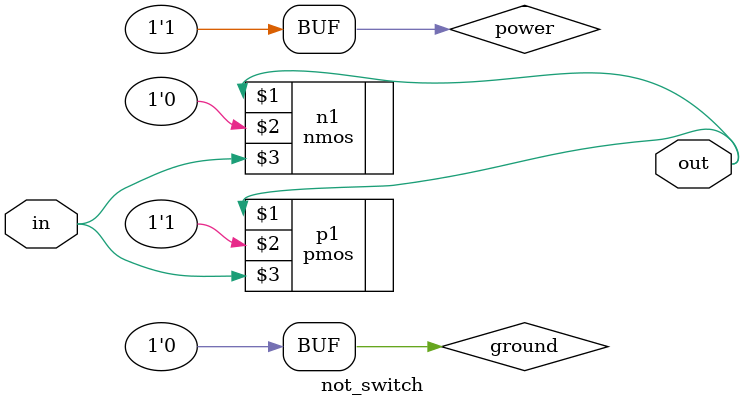
<source format=sv>
module not_switch(output wire out, input wire in);
  
  supply1 power;
  supply0 ground;
  
  pmos p1(out, power, in);
  nmos n1(out, ground, in);
endmodule

</source>
